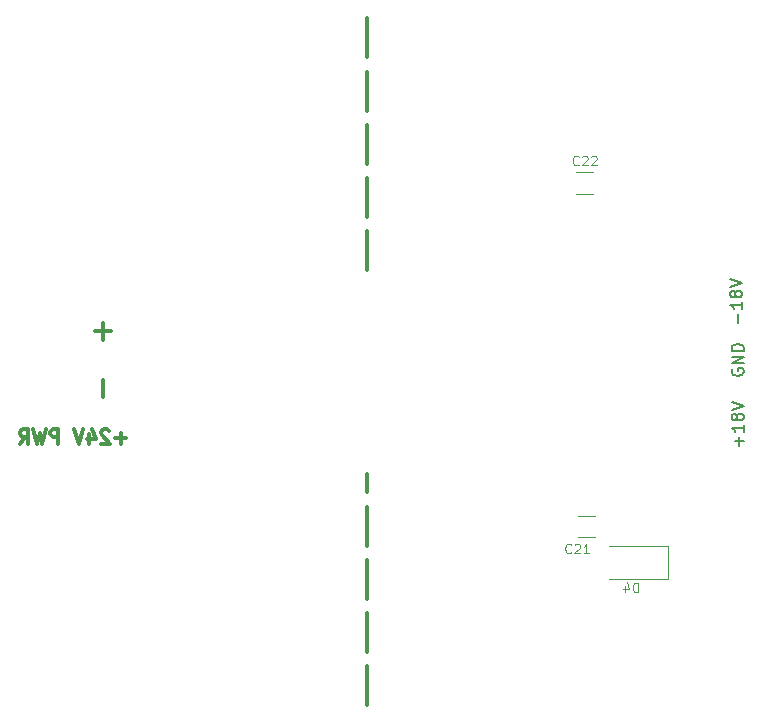
<source format=gbr>
G04 #@! TF.GenerationSoftware,KiCad,Pcbnew,8.0.6*
G04 #@! TF.CreationDate,2024-12-01T22:00:58+01:00*
G04 #@! TF.ProjectId,UCC25800,55434332-3538-4303-902e-6b696361645f,rev?*
G04 #@! TF.SameCoordinates,Original*
G04 #@! TF.FileFunction,Legend,Bot*
G04 #@! TF.FilePolarity,Positive*
%FSLAX46Y46*%
G04 Gerber Fmt 4.6, Leading zero omitted, Abs format (unit mm)*
G04 Created by KiCad (PCBNEW 8.0.6) date 2024-12-01 22:00:58*
%MOMM*%
%LPD*%
G01*
G04 APERTURE LIST*
%ADD10C,0.300000*%
%ADD11C,0.200000*%
%ADD12C,0.120000*%
G04 APERTURE END LIST*
D10*
X150622000Y-119253000D02*
X150622000Y-115953000D01*
X150622000Y-114753000D02*
X150622000Y-111453000D01*
X150622000Y-110253000D02*
X150622000Y-106953000D01*
X150622000Y-105753000D02*
X150622000Y-102453000D01*
X150622000Y-101253000D02*
X150622000Y-99695000D01*
X128270000Y-88328500D02*
X128270000Y-86931500D01*
X150622000Y-82423000D02*
X150622000Y-79123000D01*
X150622000Y-77923000D02*
X150622000Y-74623000D01*
X150622000Y-73423000D02*
X150622000Y-70123000D01*
X150622000Y-68923000D02*
X150622000Y-65623000D01*
X150622000Y-64423000D02*
X150622000Y-61123000D01*
X128270000Y-93154500D02*
X128270000Y-91757500D01*
X127571500Y-87630000D02*
X128968500Y-87630000D01*
D11*
X181540838Y-90800517D02*
X181493219Y-90895755D01*
X181493219Y-90895755D02*
X181493219Y-91038612D01*
X181493219Y-91038612D02*
X181540838Y-91181469D01*
X181540838Y-91181469D02*
X181636076Y-91276707D01*
X181636076Y-91276707D02*
X181731314Y-91324326D01*
X181731314Y-91324326D02*
X181921790Y-91371945D01*
X181921790Y-91371945D02*
X182064647Y-91371945D01*
X182064647Y-91371945D02*
X182255123Y-91324326D01*
X182255123Y-91324326D02*
X182350361Y-91276707D01*
X182350361Y-91276707D02*
X182445600Y-91181469D01*
X182445600Y-91181469D02*
X182493219Y-91038612D01*
X182493219Y-91038612D02*
X182493219Y-90943374D01*
X182493219Y-90943374D02*
X182445600Y-90800517D01*
X182445600Y-90800517D02*
X182397980Y-90752898D01*
X182397980Y-90752898D02*
X182064647Y-90752898D01*
X182064647Y-90752898D02*
X182064647Y-90943374D01*
X182493219Y-90324326D02*
X181493219Y-90324326D01*
X181493219Y-90324326D02*
X182493219Y-89752898D01*
X182493219Y-89752898D02*
X181493219Y-89752898D01*
X182493219Y-89276707D02*
X181493219Y-89276707D01*
X181493219Y-89276707D02*
X181493219Y-89038612D01*
X181493219Y-89038612D02*
X181540838Y-88895755D01*
X181540838Y-88895755D02*
X181636076Y-88800517D01*
X181636076Y-88800517D02*
X181731314Y-88752898D01*
X181731314Y-88752898D02*
X181921790Y-88705279D01*
X181921790Y-88705279D02*
X182064647Y-88705279D01*
X182064647Y-88705279D02*
X182255123Y-88752898D01*
X182255123Y-88752898D02*
X182350361Y-88800517D01*
X182350361Y-88800517D02*
X182445600Y-88895755D01*
X182445600Y-88895755D02*
X182493219Y-89038612D01*
X182493219Y-89038612D02*
X182493219Y-89276707D01*
X182112266Y-97293326D02*
X182112266Y-96531422D01*
X182493219Y-96912374D02*
X181731314Y-96912374D01*
X182493219Y-95531422D02*
X182493219Y-96102850D01*
X182493219Y-95817136D02*
X181493219Y-95817136D01*
X181493219Y-95817136D02*
X181636076Y-95912374D01*
X181636076Y-95912374D02*
X181731314Y-96007612D01*
X181731314Y-96007612D02*
X181778933Y-96102850D01*
X181921790Y-94959993D02*
X181874171Y-95055231D01*
X181874171Y-95055231D02*
X181826552Y-95102850D01*
X181826552Y-95102850D02*
X181731314Y-95150469D01*
X181731314Y-95150469D02*
X181683695Y-95150469D01*
X181683695Y-95150469D02*
X181588457Y-95102850D01*
X181588457Y-95102850D02*
X181540838Y-95055231D01*
X181540838Y-95055231D02*
X181493219Y-94959993D01*
X181493219Y-94959993D02*
X181493219Y-94769517D01*
X181493219Y-94769517D02*
X181540838Y-94674279D01*
X181540838Y-94674279D02*
X181588457Y-94626660D01*
X181588457Y-94626660D02*
X181683695Y-94579041D01*
X181683695Y-94579041D02*
X181731314Y-94579041D01*
X181731314Y-94579041D02*
X181826552Y-94626660D01*
X181826552Y-94626660D02*
X181874171Y-94674279D01*
X181874171Y-94674279D02*
X181921790Y-94769517D01*
X181921790Y-94769517D02*
X181921790Y-94959993D01*
X181921790Y-94959993D02*
X181969409Y-95055231D01*
X181969409Y-95055231D02*
X182017028Y-95102850D01*
X182017028Y-95102850D02*
X182112266Y-95150469D01*
X182112266Y-95150469D02*
X182302742Y-95150469D01*
X182302742Y-95150469D02*
X182397980Y-95102850D01*
X182397980Y-95102850D02*
X182445600Y-95055231D01*
X182445600Y-95055231D02*
X182493219Y-94959993D01*
X182493219Y-94959993D02*
X182493219Y-94769517D01*
X182493219Y-94769517D02*
X182445600Y-94674279D01*
X182445600Y-94674279D02*
X182397980Y-94626660D01*
X182397980Y-94626660D02*
X182302742Y-94579041D01*
X182302742Y-94579041D02*
X182112266Y-94579041D01*
X182112266Y-94579041D02*
X182017028Y-94626660D01*
X182017028Y-94626660D02*
X181969409Y-94674279D01*
X181969409Y-94674279D02*
X181921790Y-94769517D01*
X181493219Y-94293326D02*
X182493219Y-93959993D01*
X182493219Y-93959993D02*
X181493219Y-93626660D01*
X181985266Y-86879326D02*
X181985266Y-86117422D01*
X182366219Y-85117422D02*
X182366219Y-85688850D01*
X182366219Y-85403136D02*
X181366219Y-85403136D01*
X181366219Y-85403136D02*
X181509076Y-85498374D01*
X181509076Y-85498374D02*
X181604314Y-85593612D01*
X181604314Y-85593612D02*
X181651933Y-85688850D01*
X181794790Y-84545993D02*
X181747171Y-84641231D01*
X181747171Y-84641231D02*
X181699552Y-84688850D01*
X181699552Y-84688850D02*
X181604314Y-84736469D01*
X181604314Y-84736469D02*
X181556695Y-84736469D01*
X181556695Y-84736469D02*
X181461457Y-84688850D01*
X181461457Y-84688850D02*
X181413838Y-84641231D01*
X181413838Y-84641231D02*
X181366219Y-84545993D01*
X181366219Y-84545993D02*
X181366219Y-84355517D01*
X181366219Y-84355517D02*
X181413838Y-84260279D01*
X181413838Y-84260279D02*
X181461457Y-84212660D01*
X181461457Y-84212660D02*
X181556695Y-84165041D01*
X181556695Y-84165041D02*
X181604314Y-84165041D01*
X181604314Y-84165041D02*
X181699552Y-84212660D01*
X181699552Y-84212660D02*
X181747171Y-84260279D01*
X181747171Y-84260279D02*
X181794790Y-84355517D01*
X181794790Y-84355517D02*
X181794790Y-84545993D01*
X181794790Y-84545993D02*
X181842409Y-84641231D01*
X181842409Y-84641231D02*
X181890028Y-84688850D01*
X181890028Y-84688850D02*
X181985266Y-84736469D01*
X181985266Y-84736469D02*
X182175742Y-84736469D01*
X182175742Y-84736469D02*
X182270980Y-84688850D01*
X182270980Y-84688850D02*
X182318600Y-84641231D01*
X182318600Y-84641231D02*
X182366219Y-84545993D01*
X182366219Y-84545993D02*
X182366219Y-84355517D01*
X182366219Y-84355517D02*
X182318600Y-84260279D01*
X182318600Y-84260279D02*
X182270980Y-84212660D01*
X182270980Y-84212660D02*
X182175742Y-84165041D01*
X182175742Y-84165041D02*
X181985266Y-84165041D01*
X181985266Y-84165041D02*
X181890028Y-84212660D01*
X181890028Y-84212660D02*
X181842409Y-84260279D01*
X181842409Y-84260279D02*
X181794790Y-84355517D01*
X181366219Y-83879326D02*
X182366219Y-83545993D01*
X182366219Y-83545993D02*
X181366219Y-83212660D01*
D10*
X130199917Y-96662400D02*
X129285632Y-96662400D01*
X129742774Y-97119542D02*
X129742774Y-96205257D01*
X128771346Y-96033828D02*
X128714203Y-95976685D01*
X128714203Y-95976685D02*
X128599918Y-95919542D01*
X128599918Y-95919542D02*
X128314203Y-95919542D01*
X128314203Y-95919542D02*
X128199918Y-95976685D01*
X128199918Y-95976685D02*
X128142775Y-96033828D01*
X128142775Y-96033828D02*
X128085632Y-96148114D01*
X128085632Y-96148114D02*
X128085632Y-96262400D01*
X128085632Y-96262400D02*
X128142775Y-96433828D01*
X128142775Y-96433828D02*
X128828489Y-97119542D01*
X128828489Y-97119542D02*
X128085632Y-97119542D01*
X127057061Y-96319542D02*
X127057061Y-97119542D01*
X127342775Y-95862400D02*
X127628489Y-96719542D01*
X127628489Y-96719542D02*
X126885632Y-96719542D01*
X126599918Y-95919542D02*
X126199918Y-97119542D01*
X126199918Y-97119542D02*
X125799918Y-95919542D01*
X124485632Y-97119542D02*
X124485632Y-95919542D01*
X124485632Y-95919542D02*
X124028489Y-95919542D01*
X124028489Y-95919542D02*
X123914204Y-95976685D01*
X123914204Y-95976685D02*
X123857061Y-96033828D01*
X123857061Y-96033828D02*
X123799918Y-96148114D01*
X123799918Y-96148114D02*
X123799918Y-96319542D01*
X123799918Y-96319542D02*
X123857061Y-96433828D01*
X123857061Y-96433828D02*
X123914204Y-96490971D01*
X123914204Y-96490971D02*
X124028489Y-96548114D01*
X124028489Y-96548114D02*
X124485632Y-96548114D01*
X123399918Y-95919542D02*
X123114204Y-97119542D01*
X123114204Y-97119542D02*
X122885632Y-96262400D01*
X122885632Y-96262400D02*
X122657061Y-97119542D01*
X122657061Y-97119542D02*
X122371347Y-95919542D01*
X121228489Y-97119542D02*
X121628489Y-96548114D01*
X121914203Y-97119542D02*
X121914203Y-95919542D01*
X121914203Y-95919542D02*
X121457060Y-95919542D01*
X121457060Y-95919542D02*
X121342775Y-95976685D01*
X121342775Y-95976685D02*
X121285632Y-96033828D01*
X121285632Y-96033828D02*
X121228489Y-96148114D01*
X121228489Y-96148114D02*
X121228489Y-96319542D01*
X121228489Y-96319542D02*
X121285632Y-96433828D01*
X121285632Y-96433828D02*
X121342775Y-96490971D01*
X121342775Y-96490971D02*
X121457060Y-96548114D01*
X121457060Y-96548114D02*
X121914203Y-96548114D01*
D12*
X167887714Y-106332664D02*
X167849618Y-106370760D01*
X167849618Y-106370760D02*
X167735333Y-106408855D01*
X167735333Y-106408855D02*
X167659142Y-106408855D01*
X167659142Y-106408855D02*
X167544856Y-106370760D01*
X167544856Y-106370760D02*
X167468666Y-106294569D01*
X167468666Y-106294569D02*
X167430571Y-106218379D01*
X167430571Y-106218379D02*
X167392475Y-106065998D01*
X167392475Y-106065998D02*
X167392475Y-105951712D01*
X167392475Y-105951712D02*
X167430571Y-105799331D01*
X167430571Y-105799331D02*
X167468666Y-105723140D01*
X167468666Y-105723140D02*
X167544856Y-105646950D01*
X167544856Y-105646950D02*
X167659142Y-105608855D01*
X167659142Y-105608855D02*
X167735333Y-105608855D01*
X167735333Y-105608855D02*
X167849618Y-105646950D01*
X167849618Y-105646950D02*
X167887714Y-105685045D01*
X168192475Y-105685045D02*
X168230571Y-105646950D01*
X168230571Y-105646950D02*
X168306761Y-105608855D01*
X168306761Y-105608855D02*
X168497237Y-105608855D01*
X168497237Y-105608855D02*
X168573428Y-105646950D01*
X168573428Y-105646950D02*
X168611523Y-105685045D01*
X168611523Y-105685045D02*
X168649618Y-105761236D01*
X168649618Y-105761236D02*
X168649618Y-105837426D01*
X168649618Y-105837426D02*
X168611523Y-105951712D01*
X168611523Y-105951712D02*
X168154380Y-106408855D01*
X168154380Y-106408855D02*
X168649618Y-106408855D01*
X169411523Y-106408855D02*
X168954380Y-106408855D01*
X169182952Y-106408855D02*
X169182952Y-105608855D01*
X169182952Y-105608855D02*
X169106761Y-105723140D01*
X169106761Y-105723140D02*
X169030571Y-105799331D01*
X169030571Y-105799331D02*
X168954380Y-105837426D01*
X168522714Y-73494664D02*
X168484618Y-73532760D01*
X168484618Y-73532760D02*
X168370333Y-73570855D01*
X168370333Y-73570855D02*
X168294142Y-73570855D01*
X168294142Y-73570855D02*
X168179856Y-73532760D01*
X168179856Y-73532760D02*
X168103666Y-73456569D01*
X168103666Y-73456569D02*
X168065571Y-73380379D01*
X168065571Y-73380379D02*
X168027475Y-73227998D01*
X168027475Y-73227998D02*
X168027475Y-73113712D01*
X168027475Y-73113712D02*
X168065571Y-72961331D01*
X168065571Y-72961331D02*
X168103666Y-72885140D01*
X168103666Y-72885140D02*
X168179856Y-72808950D01*
X168179856Y-72808950D02*
X168294142Y-72770855D01*
X168294142Y-72770855D02*
X168370333Y-72770855D01*
X168370333Y-72770855D02*
X168484618Y-72808950D01*
X168484618Y-72808950D02*
X168522714Y-72847045D01*
X168827475Y-72847045D02*
X168865571Y-72808950D01*
X168865571Y-72808950D02*
X168941761Y-72770855D01*
X168941761Y-72770855D02*
X169132237Y-72770855D01*
X169132237Y-72770855D02*
X169208428Y-72808950D01*
X169208428Y-72808950D02*
X169246523Y-72847045D01*
X169246523Y-72847045D02*
X169284618Y-72923236D01*
X169284618Y-72923236D02*
X169284618Y-72999426D01*
X169284618Y-72999426D02*
X169246523Y-73113712D01*
X169246523Y-73113712D02*
X168789380Y-73570855D01*
X168789380Y-73570855D02*
X169284618Y-73570855D01*
X169589380Y-72847045D02*
X169627476Y-72808950D01*
X169627476Y-72808950D02*
X169703666Y-72770855D01*
X169703666Y-72770855D02*
X169894142Y-72770855D01*
X169894142Y-72770855D02*
X169970333Y-72808950D01*
X169970333Y-72808950D02*
X170008428Y-72847045D01*
X170008428Y-72847045D02*
X170046523Y-72923236D01*
X170046523Y-72923236D02*
X170046523Y-72999426D01*
X170046523Y-72999426D02*
X170008428Y-73113712D01*
X170008428Y-73113712D02*
X169551285Y-73570855D01*
X169551285Y-73570855D02*
X170046523Y-73570855D01*
X173564475Y-109710855D02*
X173564475Y-108910855D01*
X173564475Y-108910855D02*
X173373999Y-108910855D01*
X173373999Y-108910855D02*
X173259713Y-108948950D01*
X173259713Y-108948950D02*
X173183523Y-109025140D01*
X173183523Y-109025140D02*
X173145428Y-109101331D01*
X173145428Y-109101331D02*
X173107332Y-109253712D01*
X173107332Y-109253712D02*
X173107332Y-109367998D01*
X173107332Y-109367998D02*
X173145428Y-109520379D01*
X173145428Y-109520379D02*
X173183523Y-109596569D01*
X173183523Y-109596569D02*
X173259713Y-109672760D01*
X173259713Y-109672760D02*
X173373999Y-109710855D01*
X173373999Y-109710855D02*
X173564475Y-109710855D01*
X172421618Y-109177521D02*
X172421618Y-109710855D01*
X172612094Y-108872760D02*
X172802571Y-109444188D01*
X172802571Y-109444188D02*
X172307332Y-109444188D01*
G04 #@! TO.C,C21*
X168452748Y-103230000D02*
X169875252Y-103230000D01*
X168452748Y-105050000D02*
X169875252Y-105050000D01*
G04 #@! TO.C,C22*
X168325748Y-74147000D02*
X169748252Y-74147000D01*
X168325748Y-75967000D02*
X169748252Y-75967000D01*
G04 #@! TO.C,D4*
X171074000Y-105828000D02*
X176134000Y-105828000D01*
X171074000Y-108548000D02*
X176134000Y-108548000D01*
X176134000Y-108548000D02*
X176134000Y-105828000D01*
G04 #@! TD*
M02*

</source>
